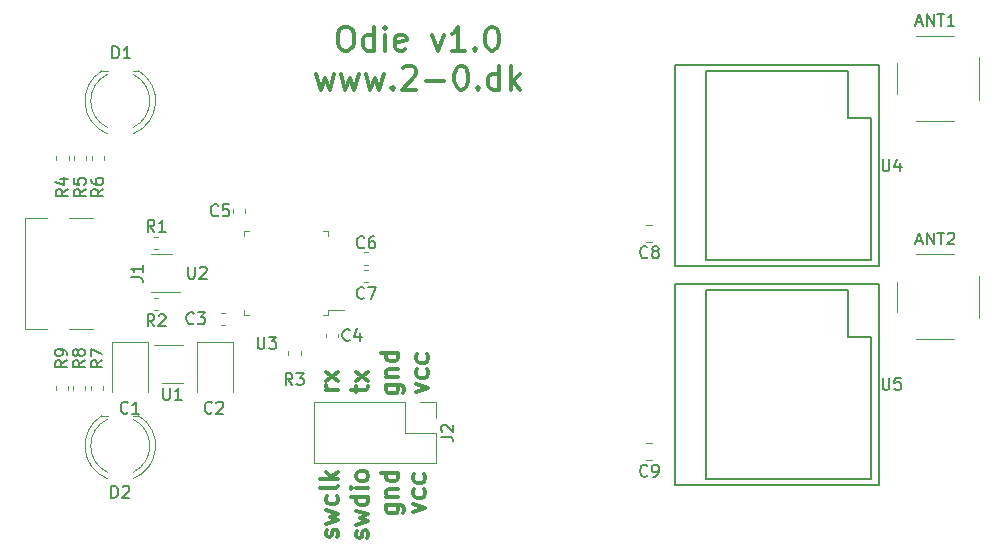
<source format=gbr>
G04 #@! TF.GenerationSoftware,KiCad,Pcbnew,5.1.8-db9833491~87~ubuntu20.04.1*
G04 #@! TF.CreationDate,2020-11-19T11:04:08+01:00*
G04 #@! TF.ProjectId,odie,6f646965-2e6b-4696-9361-645f70636258,v1.0*
G04 #@! TF.SameCoordinates,Original*
G04 #@! TF.FileFunction,Legend,Top*
G04 #@! TF.FilePolarity,Positive*
%FSLAX46Y46*%
G04 Gerber Fmt 4.6, Leading zero omitted, Abs format (unit mm)*
G04 Created by KiCad (PCBNEW 5.1.8-db9833491~87~ubuntu20.04.1) date 2020-11-19 11:04:08*
%MOMM*%
%LPD*%
G01*
G04 APERTURE LIST*
%ADD10C,0.300000*%
%ADD11C,0.120000*%
%ADD12C,0.150000*%
G04 APERTURE END LIST*
D10*
X152078571Y-123562857D02*
X153078571Y-123205714D01*
X152078571Y-122848571D01*
X153007142Y-121634285D02*
X153078571Y-121777142D01*
X153078571Y-122062857D01*
X153007142Y-122205714D01*
X152935714Y-122277142D01*
X152792857Y-122348571D01*
X152364285Y-122348571D01*
X152221428Y-122277142D01*
X152150000Y-122205714D01*
X152078571Y-122062857D01*
X152078571Y-121777142D01*
X152150000Y-121634285D01*
X153007142Y-120348571D02*
X153078571Y-120491428D01*
X153078571Y-120777142D01*
X153007142Y-120920000D01*
X152935714Y-120991428D01*
X152792857Y-121062857D01*
X152364285Y-121062857D01*
X152221428Y-120991428D01*
X152150000Y-120920000D01*
X152078571Y-120777142D01*
X152078571Y-120491428D01*
X152150000Y-120348571D01*
X151824571Y-133722857D02*
X152824571Y-133365714D01*
X151824571Y-133008571D01*
X152753142Y-131794285D02*
X152824571Y-131937142D01*
X152824571Y-132222857D01*
X152753142Y-132365714D01*
X152681714Y-132437142D01*
X152538857Y-132508571D01*
X152110285Y-132508571D01*
X151967428Y-132437142D01*
X151896000Y-132365714D01*
X151824571Y-132222857D01*
X151824571Y-131937142D01*
X151896000Y-131794285D01*
X152753142Y-130508571D02*
X152824571Y-130651428D01*
X152824571Y-130937142D01*
X152753142Y-131080000D01*
X152681714Y-131151428D01*
X152538857Y-131222857D01*
X152110285Y-131222857D01*
X151967428Y-131151428D01*
X151896000Y-131080000D01*
X151824571Y-130937142D01*
X151824571Y-130651428D01*
X151896000Y-130508571D01*
X145367142Y-135846000D02*
X145438571Y-135703142D01*
X145438571Y-135417428D01*
X145367142Y-135274571D01*
X145224285Y-135203142D01*
X145152857Y-135203142D01*
X145010000Y-135274571D01*
X144938571Y-135417428D01*
X144938571Y-135631714D01*
X144867142Y-135774571D01*
X144724285Y-135846000D01*
X144652857Y-135846000D01*
X144510000Y-135774571D01*
X144438571Y-135631714D01*
X144438571Y-135417428D01*
X144510000Y-135274571D01*
X144438571Y-134703142D02*
X145438571Y-134417428D01*
X144724285Y-134131714D01*
X145438571Y-133846000D01*
X144438571Y-133560285D01*
X145367142Y-132346000D02*
X145438571Y-132488857D01*
X145438571Y-132774571D01*
X145367142Y-132917428D01*
X145295714Y-132988857D01*
X145152857Y-133060285D01*
X144724285Y-133060285D01*
X144581428Y-132988857D01*
X144510000Y-132917428D01*
X144438571Y-132774571D01*
X144438571Y-132488857D01*
X144510000Y-132346000D01*
X145438571Y-131488857D02*
X145367142Y-131631714D01*
X145224285Y-131703142D01*
X143938571Y-131703142D01*
X145438571Y-130917428D02*
X143938571Y-130917428D01*
X144867142Y-130774571D02*
X145438571Y-130346000D01*
X144438571Y-130346000D02*
X145010000Y-130917428D01*
X147927142Y-135917428D02*
X147998571Y-135774571D01*
X147998571Y-135488857D01*
X147927142Y-135346000D01*
X147784285Y-135274571D01*
X147712857Y-135274571D01*
X147570000Y-135346000D01*
X147498571Y-135488857D01*
X147498571Y-135703142D01*
X147427142Y-135846000D01*
X147284285Y-135917428D01*
X147212857Y-135917428D01*
X147070000Y-135846000D01*
X146998571Y-135703142D01*
X146998571Y-135488857D01*
X147070000Y-135346000D01*
X146998571Y-134774571D02*
X147998571Y-134488857D01*
X147284285Y-134203142D01*
X147998571Y-133917428D01*
X146998571Y-133631714D01*
X147998571Y-132417428D02*
X146498571Y-132417428D01*
X147927142Y-132417428D02*
X147998571Y-132560285D01*
X147998571Y-132846000D01*
X147927142Y-132988857D01*
X147855714Y-133060285D01*
X147712857Y-133131714D01*
X147284285Y-133131714D01*
X147141428Y-133060285D01*
X147070000Y-132988857D01*
X146998571Y-132846000D01*
X146998571Y-132560285D01*
X147070000Y-132417428D01*
X147998571Y-131703142D02*
X146998571Y-131703142D01*
X146498571Y-131703142D02*
X146570000Y-131774571D01*
X146641428Y-131703142D01*
X146570000Y-131631714D01*
X146498571Y-131703142D01*
X146641428Y-131703142D01*
X147998571Y-130774571D02*
X147927142Y-130917428D01*
X147855714Y-130988857D01*
X147712857Y-131060285D01*
X147284285Y-131060285D01*
X147141428Y-130988857D01*
X147070000Y-130917428D01*
X146998571Y-130774571D01*
X146998571Y-130560285D01*
X147070000Y-130417428D01*
X147141428Y-130346000D01*
X147284285Y-130274571D01*
X147712857Y-130274571D01*
X147855714Y-130346000D01*
X147927142Y-130417428D01*
X147998571Y-130560285D01*
X147998571Y-130774571D01*
X149538571Y-122955714D02*
X150752857Y-122955714D01*
X150895714Y-123027142D01*
X150967142Y-123098571D01*
X151038571Y-123241428D01*
X151038571Y-123455714D01*
X150967142Y-123598571D01*
X150467142Y-122955714D02*
X150538571Y-123098571D01*
X150538571Y-123384285D01*
X150467142Y-123527142D01*
X150395714Y-123598571D01*
X150252857Y-123670000D01*
X149824285Y-123670000D01*
X149681428Y-123598571D01*
X149610000Y-123527142D01*
X149538571Y-123384285D01*
X149538571Y-123098571D01*
X149610000Y-122955714D01*
X149538571Y-122241428D02*
X150538571Y-122241428D01*
X149681428Y-122241428D02*
X149610000Y-122170000D01*
X149538571Y-122027142D01*
X149538571Y-121812857D01*
X149610000Y-121670000D01*
X149752857Y-121598571D01*
X150538571Y-121598571D01*
X150538571Y-120241428D02*
X149038571Y-120241428D01*
X150467142Y-120241428D02*
X150538571Y-120384285D01*
X150538571Y-120670000D01*
X150467142Y-120812857D01*
X150395714Y-120884285D01*
X150252857Y-120955714D01*
X149824285Y-120955714D01*
X149681428Y-120884285D01*
X149610000Y-120812857D01*
X149538571Y-120670000D01*
X149538571Y-120384285D01*
X149610000Y-120241428D01*
X149538571Y-133115714D02*
X150752857Y-133115714D01*
X150895714Y-133187142D01*
X150967142Y-133258571D01*
X151038571Y-133401428D01*
X151038571Y-133615714D01*
X150967142Y-133758571D01*
X150467142Y-133115714D02*
X150538571Y-133258571D01*
X150538571Y-133544285D01*
X150467142Y-133687142D01*
X150395714Y-133758571D01*
X150252857Y-133830000D01*
X149824285Y-133830000D01*
X149681428Y-133758571D01*
X149610000Y-133687142D01*
X149538571Y-133544285D01*
X149538571Y-133258571D01*
X149610000Y-133115714D01*
X149538571Y-132401428D02*
X150538571Y-132401428D01*
X149681428Y-132401428D02*
X149610000Y-132330000D01*
X149538571Y-132187142D01*
X149538571Y-131972857D01*
X149610000Y-131830000D01*
X149752857Y-131758571D01*
X150538571Y-131758571D01*
X150538571Y-130401428D02*
X149038571Y-130401428D01*
X150467142Y-130401428D02*
X150538571Y-130544285D01*
X150538571Y-130830000D01*
X150467142Y-130972857D01*
X150395714Y-131044285D01*
X150252857Y-131115714D01*
X149824285Y-131115714D01*
X149681428Y-131044285D01*
X149610000Y-130972857D01*
X149538571Y-130830000D01*
X149538571Y-130544285D01*
X149610000Y-130401428D01*
X145458571Y-123396285D02*
X144458571Y-123396285D01*
X144744285Y-123396285D02*
X144601428Y-123324857D01*
X144530000Y-123253428D01*
X144458571Y-123110571D01*
X144458571Y-122967714D01*
X145458571Y-122610571D02*
X144458571Y-121824857D01*
X144458571Y-122610571D02*
X145458571Y-121824857D01*
X146998571Y-123574857D02*
X146998571Y-123003428D01*
X146498571Y-123360571D02*
X147784285Y-123360571D01*
X147927142Y-123289142D01*
X147998571Y-123146285D01*
X147998571Y-123003428D01*
X147998571Y-122646285D02*
X146998571Y-121860571D01*
X146998571Y-122646285D02*
X147998571Y-121860571D01*
X145906666Y-92644761D02*
X146287619Y-92644761D01*
X146478095Y-92740000D01*
X146668571Y-92930476D01*
X146763809Y-93311428D01*
X146763809Y-93978095D01*
X146668571Y-94359047D01*
X146478095Y-94549523D01*
X146287619Y-94644761D01*
X145906666Y-94644761D01*
X145716190Y-94549523D01*
X145525714Y-94359047D01*
X145430476Y-93978095D01*
X145430476Y-93311428D01*
X145525714Y-92930476D01*
X145716190Y-92740000D01*
X145906666Y-92644761D01*
X148478095Y-94644761D02*
X148478095Y-92644761D01*
X148478095Y-94549523D02*
X148287619Y-94644761D01*
X147906666Y-94644761D01*
X147716190Y-94549523D01*
X147620952Y-94454285D01*
X147525714Y-94263809D01*
X147525714Y-93692380D01*
X147620952Y-93501904D01*
X147716190Y-93406666D01*
X147906666Y-93311428D01*
X148287619Y-93311428D01*
X148478095Y-93406666D01*
X149430476Y-94644761D02*
X149430476Y-93311428D01*
X149430476Y-92644761D02*
X149335238Y-92740000D01*
X149430476Y-92835238D01*
X149525714Y-92740000D01*
X149430476Y-92644761D01*
X149430476Y-92835238D01*
X151144761Y-94549523D02*
X150954285Y-94644761D01*
X150573333Y-94644761D01*
X150382857Y-94549523D01*
X150287619Y-94359047D01*
X150287619Y-93597142D01*
X150382857Y-93406666D01*
X150573333Y-93311428D01*
X150954285Y-93311428D01*
X151144761Y-93406666D01*
X151240000Y-93597142D01*
X151240000Y-93787619D01*
X150287619Y-93978095D01*
X153430476Y-93311428D02*
X153906666Y-94644761D01*
X154382857Y-93311428D01*
X156192380Y-94644761D02*
X155049523Y-94644761D01*
X155620952Y-94644761D02*
X155620952Y-92644761D01*
X155430476Y-92930476D01*
X155240000Y-93120952D01*
X155049523Y-93216190D01*
X157049523Y-94454285D02*
X157144761Y-94549523D01*
X157049523Y-94644761D01*
X156954285Y-94549523D01*
X157049523Y-94454285D01*
X157049523Y-94644761D01*
X158382857Y-92644761D02*
X158573333Y-92644761D01*
X158763809Y-92740000D01*
X158859047Y-92835238D01*
X158954285Y-93025714D01*
X159049523Y-93406666D01*
X159049523Y-93882857D01*
X158954285Y-94263809D01*
X158859047Y-94454285D01*
X158763809Y-94549523D01*
X158573333Y-94644761D01*
X158382857Y-94644761D01*
X158192380Y-94549523D01*
X158097142Y-94454285D01*
X158001904Y-94263809D01*
X157906666Y-93882857D01*
X157906666Y-93406666D01*
X158001904Y-93025714D01*
X158097142Y-92835238D01*
X158192380Y-92740000D01*
X158382857Y-92644761D01*
X143573333Y-96611428D02*
X143954285Y-97944761D01*
X144335238Y-96992380D01*
X144716190Y-97944761D01*
X145097142Y-96611428D01*
X145668571Y-96611428D02*
X146049523Y-97944761D01*
X146430476Y-96992380D01*
X146811428Y-97944761D01*
X147192380Y-96611428D01*
X147763809Y-96611428D02*
X148144761Y-97944761D01*
X148525714Y-96992380D01*
X148906666Y-97944761D01*
X149287619Y-96611428D01*
X150049523Y-97754285D02*
X150144761Y-97849523D01*
X150049523Y-97944761D01*
X149954285Y-97849523D01*
X150049523Y-97754285D01*
X150049523Y-97944761D01*
X150906666Y-96135238D02*
X151001904Y-96040000D01*
X151192380Y-95944761D01*
X151668571Y-95944761D01*
X151859047Y-96040000D01*
X151954285Y-96135238D01*
X152049523Y-96325714D01*
X152049523Y-96516190D01*
X151954285Y-96801904D01*
X150811428Y-97944761D01*
X152049523Y-97944761D01*
X152906666Y-97182857D02*
X154430476Y-97182857D01*
X155763809Y-95944761D02*
X155954285Y-95944761D01*
X156144761Y-96040000D01*
X156240000Y-96135238D01*
X156335238Y-96325714D01*
X156430476Y-96706666D01*
X156430476Y-97182857D01*
X156335238Y-97563809D01*
X156240000Y-97754285D01*
X156144761Y-97849523D01*
X155954285Y-97944761D01*
X155763809Y-97944761D01*
X155573333Y-97849523D01*
X155478095Y-97754285D01*
X155382857Y-97563809D01*
X155287619Y-97182857D01*
X155287619Y-96706666D01*
X155382857Y-96325714D01*
X155478095Y-96135238D01*
X155573333Y-96040000D01*
X155763809Y-95944761D01*
X157287619Y-97754285D02*
X157382857Y-97849523D01*
X157287619Y-97944761D01*
X157192380Y-97849523D01*
X157287619Y-97754285D01*
X157287619Y-97944761D01*
X159097142Y-97944761D02*
X159097142Y-95944761D01*
X159097142Y-97849523D02*
X158906666Y-97944761D01*
X158525714Y-97944761D01*
X158335238Y-97849523D01*
X158240000Y-97754285D01*
X158144761Y-97563809D01*
X158144761Y-96992380D01*
X158240000Y-96801904D01*
X158335238Y-96706666D01*
X158525714Y-96611428D01*
X158906666Y-96611428D01*
X159097142Y-96706666D01*
X160049523Y-97944761D02*
X160049523Y-95944761D01*
X160240000Y-97182857D02*
X160811428Y-97944761D01*
X160811428Y-96611428D02*
X160049523Y-97373333D01*
D11*
X144560000Y-109940000D02*
X144140000Y-109940000D01*
X144560000Y-117060000D02*
X144560000Y-116640000D01*
X144560000Y-116640000D02*
X145940000Y-116640000D01*
X137440000Y-117060000D02*
X137860000Y-117060000D01*
X137440000Y-109940000D02*
X137860000Y-109940000D01*
X144560000Y-117060000D02*
X144140000Y-117060000D01*
X144560000Y-109940000D02*
X144560000Y-110360000D01*
X137440000Y-109940000D02*
X137440000Y-110360000D01*
X137440000Y-117060000D02*
X137440000Y-116640000D01*
X130212779Y-110390000D02*
X129887221Y-110390000D01*
X130212779Y-111410000D02*
X129887221Y-111410000D01*
X129310000Y-123540000D02*
X129310000Y-119330000D01*
X129310000Y-119330000D02*
X126290000Y-119330000D01*
X126290000Y-119330000D02*
X126290000Y-123540000D01*
X133490000Y-119327500D02*
X133490000Y-123537500D01*
X136510000Y-119327500D02*
X133490000Y-119327500D01*
X136510000Y-123537500D02*
X136510000Y-119327500D01*
X135882779Y-117920000D02*
X135557221Y-117920000D01*
X135882779Y-116900000D02*
X135557221Y-116900000D01*
X144400000Y-118607221D02*
X144400000Y-118932779D01*
X145420000Y-118607221D02*
X145420000Y-118932779D01*
X136570000Y-108382779D02*
X136570000Y-108057221D01*
X137590000Y-108382779D02*
X137590000Y-108057221D01*
X147637221Y-112760000D02*
X147962779Y-112760000D01*
X147637221Y-111740000D02*
X147962779Y-111740000D01*
X147637221Y-114260000D02*
X147962779Y-114260000D01*
X147637221Y-113240000D02*
X147962779Y-113240000D01*
X130212779Y-116610000D02*
X129887221Y-116610000D01*
X130212779Y-115590000D02*
X129887221Y-115590000D01*
X141240000Y-120107221D02*
X141240000Y-120432779D01*
X142260000Y-120107221D02*
X142260000Y-120432779D01*
X122620000Y-103882779D02*
X122620000Y-103557221D01*
X121600000Y-103882779D02*
X121600000Y-103557221D01*
X123100000Y-103882779D02*
X123100000Y-103557221D01*
X124120000Y-103882779D02*
X124120000Y-103557221D01*
X125620000Y-103882779D02*
X125620000Y-103557221D01*
X124600000Y-103882779D02*
X124600000Y-103557221D01*
X125550000Y-123047221D02*
X125550000Y-123372779D01*
X124530000Y-123047221D02*
X124530000Y-123372779D01*
X132300000Y-119590000D02*
X129850000Y-119590000D01*
X130500000Y-122810000D02*
X132300000Y-122810000D01*
X129600000Y-115110000D02*
X132050000Y-115110000D01*
X131400000Y-111890000D02*
X129600000Y-111890000D01*
X128545000Y-96345000D02*
X128080000Y-96345000D01*
X125920000Y-96345000D02*
X125455000Y-96345000D01*
X125919571Y-101159479D02*
G75*
G02*
X125920000Y-96650316I1080429J2254479D01*
G01*
X128080429Y-101159479D02*
G75*
G03*
X128080000Y-96650316I-1080429J2254479D01*
G01*
X125919173Y-101692815D02*
G75*
G02*
X125455170Y-96345000I1080827J2787815D01*
G01*
X128080827Y-101692815D02*
G75*
G03*
X128544830Y-96345000I-1080827J2787815D01*
G01*
X125920000Y-125545000D02*
X125455000Y-125545000D01*
X128545000Y-125545000D02*
X128080000Y-125545000D01*
X128080827Y-130892815D02*
G75*
G03*
X128544830Y-125545000I-1080827J2787815D01*
G01*
X125919173Y-130892815D02*
G75*
G02*
X125455170Y-125545000I1080827J2787815D01*
G01*
X128080429Y-130359479D02*
G75*
G03*
X128080000Y-125850316I-1080429J2254479D01*
G01*
X125919571Y-130359479D02*
G75*
G02*
X125920000Y-125850316I1080429J2254479D01*
G01*
X123020000Y-123047221D02*
X123020000Y-123372779D01*
X124040000Y-123047221D02*
X124040000Y-123372779D01*
X122550000Y-123047221D02*
X122550000Y-123372779D01*
X121530000Y-123047221D02*
X121530000Y-123372779D01*
X172058578Y-109400000D02*
X171541422Y-109400000D01*
X172058578Y-110820000D02*
X171541422Y-110820000D01*
X172048578Y-129320000D02*
X171531422Y-129320000D01*
X172048578Y-127900000D02*
X171531422Y-127900000D01*
X153720000Y-124400000D02*
X153720000Y-125730000D01*
X152390000Y-124400000D02*
X153720000Y-124400000D01*
X153720000Y-127000000D02*
X153720000Y-129600000D01*
X151120000Y-127000000D02*
X153720000Y-127000000D01*
X151120000Y-124400000D02*
X151120000Y-127000000D01*
X153720000Y-129600000D02*
X143440000Y-129600000D01*
X151120000Y-124400000D02*
X143440000Y-124400000D01*
X143440000Y-124400000D02*
X143440000Y-129600000D01*
X197600000Y-93400000D02*
X194400000Y-93400000D01*
X197600000Y-100600000D02*
X194400000Y-100600000D01*
X192800000Y-95700000D02*
X192800000Y-98300000D01*
X199680000Y-95200000D02*
X199680000Y-98800000D01*
X199680000Y-113700000D02*
X199680000Y-117300000D01*
X192800000Y-114200000D02*
X192800000Y-116800000D01*
X197600000Y-119100000D02*
X194400000Y-119100000D01*
X197600000Y-111900000D02*
X194400000Y-111900000D01*
X120800000Y-108800000D02*
X118900000Y-108800000D01*
X124700000Y-108800000D02*
X122700000Y-108800000D01*
X120800000Y-118200000D02*
X118900000Y-118200000D01*
X124700000Y-118200000D02*
X122700000Y-118200000D01*
X118900000Y-108800000D02*
X118900000Y-118200000D01*
D12*
X188600000Y-96390000D02*
X176600000Y-96390000D01*
X188600000Y-100390000D02*
X188600000Y-96390000D01*
X190600000Y-100390000D02*
X188600000Y-100390000D01*
X190600000Y-112390000D02*
X190600000Y-100390000D01*
X176600000Y-112390000D02*
X190600000Y-112390000D01*
X176600000Y-96390000D02*
X176600000Y-112390000D01*
X173950000Y-112890000D02*
X173950000Y-95890000D01*
X191250000Y-112890000D02*
X173950000Y-112890000D01*
X191250000Y-95890000D02*
X191250000Y-112890000D01*
X173950000Y-95890000D02*
X191250000Y-95890000D01*
X173950000Y-114390000D02*
X191250000Y-114390000D01*
X191250000Y-114390000D02*
X191250000Y-131390000D01*
X191250000Y-131390000D02*
X173950000Y-131390000D01*
X173950000Y-131390000D02*
X173950000Y-114390000D01*
X176600000Y-114890000D02*
X176600000Y-130890000D01*
X176600000Y-130890000D02*
X190600000Y-130890000D01*
X190600000Y-130890000D02*
X190600000Y-118890000D01*
X190600000Y-118890000D02*
X188600000Y-118890000D01*
X188600000Y-118890000D02*
X188600000Y-114890000D01*
X188600000Y-114890000D02*
X176600000Y-114890000D01*
X138628095Y-118892380D02*
X138628095Y-119701904D01*
X138675714Y-119797142D01*
X138723333Y-119844761D01*
X138818571Y-119892380D01*
X139009047Y-119892380D01*
X139104285Y-119844761D01*
X139151904Y-119797142D01*
X139199523Y-119701904D01*
X139199523Y-118892380D01*
X139580476Y-118892380D02*
X140199523Y-118892380D01*
X139866190Y-119273333D01*
X140009047Y-119273333D01*
X140104285Y-119320952D01*
X140151904Y-119368571D01*
X140199523Y-119463809D01*
X140199523Y-119701904D01*
X140151904Y-119797142D01*
X140104285Y-119844761D01*
X140009047Y-119892380D01*
X139723333Y-119892380D01*
X139628095Y-119844761D01*
X139580476Y-119797142D01*
X129883333Y-109982380D02*
X129550000Y-109506190D01*
X129311904Y-109982380D02*
X129311904Y-108982380D01*
X129692857Y-108982380D01*
X129788095Y-109030000D01*
X129835714Y-109077619D01*
X129883333Y-109172857D01*
X129883333Y-109315714D01*
X129835714Y-109410952D01*
X129788095Y-109458571D01*
X129692857Y-109506190D01*
X129311904Y-109506190D01*
X130835714Y-109982380D02*
X130264285Y-109982380D01*
X130550000Y-109982380D02*
X130550000Y-108982380D01*
X130454761Y-109125238D01*
X130359523Y-109220476D01*
X130264285Y-109268095D01*
X127643333Y-125277142D02*
X127595714Y-125324761D01*
X127452857Y-125372380D01*
X127357619Y-125372380D01*
X127214761Y-125324761D01*
X127119523Y-125229523D01*
X127071904Y-125134285D01*
X127024285Y-124943809D01*
X127024285Y-124800952D01*
X127071904Y-124610476D01*
X127119523Y-124515238D01*
X127214761Y-124420000D01*
X127357619Y-124372380D01*
X127452857Y-124372380D01*
X127595714Y-124420000D01*
X127643333Y-124467619D01*
X128595714Y-125372380D02*
X128024285Y-125372380D01*
X128310000Y-125372380D02*
X128310000Y-124372380D01*
X128214761Y-124515238D01*
X128119523Y-124610476D01*
X128024285Y-124658095D01*
X134753333Y-125277142D02*
X134705714Y-125324761D01*
X134562857Y-125372380D01*
X134467619Y-125372380D01*
X134324761Y-125324761D01*
X134229523Y-125229523D01*
X134181904Y-125134285D01*
X134134285Y-124943809D01*
X134134285Y-124800952D01*
X134181904Y-124610476D01*
X134229523Y-124515238D01*
X134324761Y-124420000D01*
X134467619Y-124372380D01*
X134562857Y-124372380D01*
X134705714Y-124420000D01*
X134753333Y-124467619D01*
X135134285Y-124467619D02*
X135181904Y-124420000D01*
X135277142Y-124372380D01*
X135515238Y-124372380D01*
X135610476Y-124420000D01*
X135658095Y-124467619D01*
X135705714Y-124562857D01*
X135705714Y-124658095D01*
X135658095Y-124800952D01*
X135086666Y-125372380D01*
X135705714Y-125372380D01*
X133223333Y-117717142D02*
X133175714Y-117764761D01*
X133032857Y-117812380D01*
X132937619Y-117812380D01*
X132794761Y-117764761D01*
X132699523Y-117669523D01*
X132651904Y-117574285D01*
X132604285Y-117383809D01*
X132604285Y-117240952D01*
X132651904Y-117050476D01*
X132699523Y-116955238D01*
X132794761Y-116860000D01*
X132937619Y-116812380D01*
X133032857Y-116812380D01*
X133175714Y-116860000D01*
X133223333Y-116907619D01*
X133556666Y-116812380D02*
X134175714Y-116812380D01*
X133842380Y-117193333D01*
X133985238Y-117193333D01*
X134080476Y-117240952D01*
X134128095Y-117288571D01*
X134175714Y-117383809D01*
X134175714Y-117621904D01*
X134128095Y-117717142D01*
X134080476Y-117764761D01*
X133985238Y-117812380D01*
X133699523Y-117812380D01*
X133604285Y-117764761D01*
X133556666Y-117717142D01*
X146433333Y-119127142D02*
X146385714Y-119174761D01*
X146242857Y-119222380D01*
X146147619Y-119222380D01*
X146004761Y-119174761D01*
X145909523Y-119079523D01*
X145861904Y-118984285D01*
X145814285Y-118793809D01*
X145814285Y-118650952D01*
X145861904Y-118460476D01*
X145909523Y-118365238D01*
X146004761Y-118270000D01*
X146147619Y-118222380D01*
X146242857Y-118222380D01*
X146385714Y-118270000D01*
X146433333Y-118317619D01*
X147290476Y-118555714D02*
X147290476Y-119222380D01*
X147052380Y-118174761D02*
X146814285Y-118889047D01*
X147433333Y-118889047D01*
X135283333Y-108577142D02*
X135235714Y-108624761D01*
X135092857Y-108672380D01*
X134997619Y-108672380D01*
X134854761Y-108624761D01*
X134759523Y-108529523D01*
X134711904Y-108434285D01*
X134664285Y-108243809D01*
X134664285Y-108100952D01*
X134711904Y-107910476D01*
X134759523Y-107815238D01*
X134854761Y-107720000D01*
X134997619Y-107672380D01*
X135092857Y-107672380D01*
X135235714Y-107720000D01*
X135283333Y-107767619D01*
X136188095Y-107672380D02*
X135711904Y-107672380D01*
X135664285Y-108148571D01*
X135711904Y-108100952D01*
X135807142Y-108053333D01*
X136045238Y-108053333D01*
X136140476Y-108100952D01*
X136188095Y-108148571D01*
X136235714Y-108243809D01*
X136235714Y-108481904D01*
X136188095Y-108577142D01*
X136140476Y-108624761D01*
X136045238Y-108672380D01*
X135807142Y-108672380D01*
X135711904Y-108624761D01*
X135664285Y-108577142D01*
X147643333Y-111287142D02*
X147595714Y-111334761D01*
X147452857Y-111382380D01*
X147357619Y-111382380D01*
X147214761Y-111334761D01*
X147119523Y-111239523D01*
X147071904Y-111144285D01*
X147024285Y-110953809D01*
X147024285Y-110810952D01*
X147071904Y-110620476D01*
X147119523Y-110525238D01*
X147214761Y-110430000D01*
X147357619Y-110382380D01*
X147452857Y-110382380D01*
X147595714Y-110430000D01*
X147643333Y-110477619D01*
X148500476Y-110382380D02*
X148310000Y-110382380D01*
X148214761Y-110430000D01*
X148167142Y-110477619D01*
X148071904Y-110620476D01*
X148024285Y-110810952D01*
X148024285Y-111191904D01*
X148071904Y-111287142D01*
X148119523Y-111334761D01*
X148214761Y-111382380D01*
X148405238Y-111382380D01*
X148500476Y-111334761D01*
X148548095Y-111287142D01*
X148595714Y-111191904D01*
X148595714Y-110953809D01*
X148548095Y-110858571D01*
X148500476Y-110810952D01*
X148405238Y-110763333D01*
X148214761Y-110763333D01*
X148119523Y-110810952D01*
X148071904Y-110858571D01*
X148024285Y-110953809D01*
X147643333Y-115567142D02*
X147595714Y-115614761D01*
X147452857Y-115662380D01*
X147357619Y-115662380D01*
X147214761Y-115614761D01*
X147119523Y-115519523D01*
X147071904Y-115424285D01*
X147024285Y-115233809D01*
X147024285Y-115090952D01*
X147071904Y-114900476D01*
X147119523Y-114805238D01*
X147214761Y-114710000D01*
X147357619Y-114662380D01*
X147452857Y-114662380D01*
X147595714Y-114710000D01*
X147643333Y-114757619D01*
X147976666Y-114662380D02*
X148643333Y-114662380D01*
X148214761Y-115662380D01*
X129883333Y-117982380D02*
X129550000Y-117506190D01*
X129311904Y-117982380D02*
X129311904Y-116982380D01*
X129692857Y-116982380D01*
X129788095Y-117030000D01*
X129835714Y-117077619D01*
X129883333Y-117172857D01*
X129883333Y-117315714D01*
X129835714Y-117410952D01*
X129788095Y-117458571D01*
X129692857Y-117506190D01*
X129311904Y-117506190D01*
X130264285Y-117077619D02*
X130311904Y-117030000D01*
X130407142Y-116982380D01*
X130645238Y-116982380D01*
X130740476Y-117030000D01*
X130788095Y-117077619D01*
X130835714Y-117172857D01*
X130835714Y-117268095D01*
X130788095Y-117410952D01*
X130216666Y-117982380D01*
X130835714Y-117982380D01*
X141573333Y-122952380D02*
X141240000Y-122476190D01*
X141001904Y-122952380D02*
X141001904Y-121952380D01*
X141382857Y-121952380D01*
X141478095Y-122000000D01*
X141525714Y-122047619D01*
X141573333Y-122142857D01*
X141573333Y-122285714D01*
X141525714Y-122380952D01*
X141478095Y-122428571D01*
X141382857Y-122476190D01*
X141001904Y-122476190D01*
X141906666Y-121952380D02*
X142525714Y-121952380D01*
X142192380Y-122333333D01*
X142335238Y-122333333D01*
X142430476Y-122380952D01*
X142478095Y-122428571D01*
X142525714Y-122523809D01*
X142525714Y-122761904D01*
X142478095Y-122857142D01*
X142430476Y-122904761D01*
X142335238Y-122952380D01*
X142049523Y-122952380D01*
X141954285Y-122904761D01*
X141906666Y-122857142D01*
X122552380Y-106366666D02*
X122076190Y-106700000D01*
X122552380Y-106938095D02*
X121552380Y-106938095D01*
X121552380Y-106557142D01*
X121600000Y-106461904D01*
X121647619Y-106414285D01*
X121742857Y-106366666D01*
X121885714Y-106366666D01*
X121980952Y-106414285D01*
X122028571Y-106461904D01*
X122076190Y-106557142D01*
X122076190Y-106938095D01*
X121885714Y-105509523D02*
X122552380Y-105509523D01*
X121504761Y-105747619D02*
X122219047Y-105985714D01*
X122219047Y-105366666D01*
X124062380Y-106366666D02*
X123586190Y-106700000D01*
X124062380Y-106938095D02*
X123062380Y-106938095D01*
X123062380Y-106557142D01*
X123110000Y-106461904D01*
X123157619Y-106414285D01*
X123252857Y-106366666D01*
X123395714Y-106366666D01*
X123490952Y-106414285D01*
X123538571Y-106461904D01*
X123586190Y-106557142D01*
X123586190Y-106938095D01*
X123062380Y-105461904D02*
X123062380Y-105938095D01*
X123538571Y-105985714D01*
X123490952Y-105938095D01*
X123443333Y-105842857D01*
X123443333Y-105604761D01*
X123490952Y-105509523D01*
X123538571Y-105461904D01*
X123633809Y-105414285D01*
X123871904Y-105414285D01*
X123967142Y-105461904D01*
X124014761Y-105509523D01*
X124062380Y-105604761D01*
X124062380Y-105842857D01*
X124014761Y-105938095D01*
X123967142Y-105985714D01*
X125552380Y-106366666D02*
X125076190Y-106700000D01*
X125552380Y-106938095D02*
X124552380Y-106938095D01*
X124552380Y-106557142D01*
X124600000Y-106461904D01*
X124647619Y-106414285D01*
X124742857Y-106366666D01*
X124885714Y-106366666D01*
X124980952Y-106414285D01*
X125028571Y-106461904D01*
X125076190Y-106557142D01*
X125076190Y-106938095D01*
X124552380Y-105509523D02*
X124552380Y-105700000D01*
X124600000Y-105795238D01*
X124647619Y-105842857D01*
X124790476Y-105938095D01*
X124980952Y-105985714D01*
X125361904Y-105985714D01*
X125457142Y-105938095D01*
X125504761Y-105890476D01*
X125552380Y-105795238D01*
X125552380Y-105604761D01*
X125504761Y-105509523D01*
X125457142Y-105461904D01*
X125361904Y-105414285D01*
X125123809Y-105414285D01*
X125028571Y-105461904D01*
X124980952Y-105509523D01*
X124933333Y-105604761D01*
X124933333Y-105795238D01*
X124980952Y-105890476D01*
X125028571Y-105938095D01*
X125123809Y-105985714D01*
X125492380Y-120876666D02*
X125016190Y-121210000D01*
X125492380Y-121448095D02*
X124492380Y-121448095D01*
X124492380Y-121067142D01*
X124540000Y-120971904D01*
X124587619Y-120924285D01*
X124682857Y-120876666D01*
X124825714Y-120876666D01*
X124920952Y-120924285D01*
X124968571Y-120971904D01*
X125016190Y-121067142D01*
X125016190Y-121448095D01*
X124492380Y-120543333D02*
X124492380Y-119876666D01*
X125492380Y-120305238D01*
X130638095Y-123212380D02*
X130638095Y-124021904D01*
X130685714Y-124117142D01*
X130733333Y-124164761D01*
X130828571Y-124212380D01*
X131019047Y-124212380D01*
X131114285Y-124164761D01*
X131161904Y-124117142D01*
X131209523Y-124021904D01*
X131209523Y-123212380D01*
X132209523Y-124212380D02*
X131638095Y-124212380D01*
X131923809Y-124212380D02*
X131923809Y-123212380D01*
X131828571Y-123355238D01*
X131733333Y-123450476D01*
X131638095Y-123498095D01*
X132738095Y-112952380D02*
X132738095Y-113761904D01*
X132785714Y-113857142D01*
X132833333Y-113904761D01*
X132928571Y-113952380D01*
X133119047Y-113952380D01*
X133214285Y-113904761D01*
X133261904Y-113857142D01*
X133309523Y-113761904D01*
X133309523Y-112952380D01*
X133738095Y-113047619D02*
X133785714Y-113000000D01*
X133880952Y-112952380D01*
X134119047Y-112952380D01*
X134214285Y-113000000D01*
X134261904Y-113047619D01*
X134309523Y-113142857D01*
X134309523Y-113238095D01*
X134261904Y-113380952D01*
X133690476Y-113952380D01*
X134309523Y-113952380D01*
X126331904Y-95292380D02*
X126331904Y-94292380D01*
X126570000Y-94292380D01*
X126712857Y-94340000D01*
X126808095Y-94435238D01*
X126855714Y-94530476D01*
X126903333Y-94720952D01*
X126903333Y-94863809D01*
X126855714Y-95054285D01*
X126808095Y-95149523D01*
X126712857Y-95244761D01*
X126570000Y-95292380D01*
X126331904Y-95292380D01*
X127855714Y-95292380D02*
X127284285Y-95292380D01*
X127570000Y-95292380D02*
X127570000Y-94292380D01*
X127474761Y-94435238D01*
X127379523Y-94530476D01*
X127284285Y-94578095D01*
X126251904Y-132502380D02*
X126251904Y-131502380D01*
X126490000Y-131502380D01*
X126632857Y-131550000D01*
X126728095Y-131645238D01*
X126775714Y-131740476D01*
X126823333Y-131930952D01*
X126823333Y-132073809D01*
X126775714Y-132264285D01*
X126728095Y-132359523D01*
X126632857Y-132454761D01*
X126490000Y-132502380D01*
X126251904Y-132502380D01*
X127204285Y-131597619D02*
X127251904Y-131550000D01*
X127347142Y-131502380D01*
X127585238Y-131502380D01*
X127680476Y-131550000D01*
X127728095Y-131597619D01*
X127775714Y-131692857D01*
X127775714Y-131788095D01*
X127728095Y-131930952D01*
X127156666Y-132502380D01*
X127775714Y-132502380D01*
X123982380Y-120866666D02*
X123506190Y-121200000D01*
X123982380Y-121438095D02*
X122982380Y-121438095D01*
X122982380Y-121057142D01*
X123030000Y-120961904D01*
X123077619Y-120914285D01*
X123172857Y-120866666D01*
X123315714Y-120866666D01*
X123410952Y-120914285D01*
X123458571Y-120961904D01*
X123506190Y-121057142D01*
X123506190Y-121438095D01*
X123410952Y-120295238D02*
X123363333Y-120390476D01*
X123315714Y-120438095D01*
X123220476Y-120485714D01*
X123172857Y-120485714D01*
X123077619Y-120438095D01*
X123030000Y-120390476D01*
X122982380Y-120295238D01*
X122982380Y-120104761D01*
X123030000Y-120009523D01*
X123077619Y-119961904D01*
X123172857Y-119914285D01*
X123220476Y-119914285D01*
X123315714Y-119961904D01*
X123363333Y-120009523D01*
X123410952Y-120104761D01*
X123410952Y-120295238D01*
X123458571Y-120390476D01*
X123506190Y-120438095D01*
X123601428Y-120485714D01*
X123791904Y-120485714D01*
X123887142Y-120438095D01*
X123934761Y-120390476D01*
X123982380Y-120295238D01*
X123982380Y-120104761D01*
X123934761Y-120009523D01*
X123887142Y-119961904D01*
X123791904Y-119914285D01*
X123601428Y-119914285D01*
X123506190Y-119961904D01*
X123458571Y-120009523D01*
X123410952Y-120104761D01*
X122492380Y-120876666D02*
X122016190Y-121210000D01*
X122492380Y-121448095D02*
X121492380Y-121448095D01*
X121492380Y-121067142D01*
X121540000Y-120971904D01*
X121587619Y-120924285D01*
X121682857Y-120876666D01*
X121825714Y-120876666D01*
X121920952Y-120924285D01*
X121968571Y-120971904D01*
X122016190Y-121067142D01*
X122016190Y-121448095D01*
X122492380Y-120400476D02*
X122492380Y-120210000D01*
X122444761Y-120114761D01*
X122397142Y-120067142D01*
X122254285Y-119971904D01*
X122063809Y-119924285D01*
X121682857Y-119924285D01*
X121587619Y-119971904D01*
X121540000Y-120019523D01*
X121492380Y-120114761D01*
X121492380Y-120305238D01*
X121540000Y-120400476D01*
X121587619Y-120448095D01*
X121682857Y-120495714D01*
X121920952Y-120495714D01*
X122016190Y-120448095D01*
X122063809Y-120400476D01*
X122111428Y-120305238D01*
X122111428Y-120114761D01*
X122063809Y-120019523D01*
X122016190Y-119971904D01*
X121920952Y-119924285D01*
X171633333Y-112117142D02*
X171585714Y-112164761D01*
X171442857Y-112212380D01*
X171347619Y-112212380D01*
X171204761Y-112164761D01*
X171109523Y-112069523D01*
X171061904Y-111974285D01*
X171014285Y-111783809D01*
X171014285Y-111640952D01*
X171061904Y-111450476D01*
X171109523Y-111355238D01*
X171204761Y-111260000D01*
X171347619Y-111212380D01*
X171442857Y-111212380D01*
X171585714Y-111260000D01*
X171633333Y-111307619D01*
X172204761Y-111640952D02*
X172109523Y-111593333D01*
X172061904Y-111545714D01*
X172014285Y-111450476D01*
X172014285Y-111402857D01*
X172061904Y-111307619D01*
X172109523Y-111260000D01*
X172204761Y-111212380D01*
X172395238Y-111212380D01*
X172490476Y-111260000D01*
X172538095Y-111307619D01*
X172585714Y-111402857D01*
X172585714Y-111450476D01*
X172538095Y-111545714D01*
X172490476Y-111593333D01*
X172395238Y-111640952D01*
X172204761Y-111640952D01*
X172109523Y-111688571D01*
X172061904Y-111736190D01*
X172014285Y-111831428D01*
X172014285Y-112021904D01*
X172061904Y-112117142D01*
X172109523Y-112164761D01*
X172204761Y-112212380D01*
X172395238Y-112212380D01*
X172490476Y-112164761D01*
X172538095Y-112117142D01*
X172585714Y-112021904D01*
X172585714Y-111831428D01*
X172538095Y-111736190D01*
X172490476Y-111688571D01*
X172395238Y-111640952D01*
X171623333Y-130617142D02*
X171575714Y-130664761D01*
X171432857Y-130712380D01*
X171337619Y-130712380D01*
X171194761Y-130664761D01*
X171099523Y-130569523D01*
X171051904Y-130474285D01*
X171004285Y-130283809D01*
X171004285Y-130140952D01*
X171051904Y-129950476D01*
X171099523Y-129855238D01*
X171194761Y-129760000D01*
X171337619Y-129712380D01*
X171432857Y-129712380D01*
X171575714Y-129760000D01*
X171623333Y-129807619D01*
X172099523Y-130712380D02*
X172290000Y-130712380D01*
X172385238Y-130664761D01*
X172432857Y-130617142D01*
X172528095Y-130474285D01*
X172575714Y-130283809D01*
X172575714Y-129902857D01*
X172528095Y-129807619D01*
X172480476Y-129760000D01*
X172385238Y-129712380D01*
X172194761Y-129712380D01*
X172099523Y-129760000D01*
X172051904Y-129807619D01*
X172004285Y-129902857D01*
X172004285Y-130140952D01*
X172051904Y-130236190D01*
X172099523Y-130283809D01*
X172194761Y-130331428D01*
X172385238Y-130331428D01*
X172480476Y-130283809D01*
X172528095Y-130236190D01*
X172575714Y-130140952D01*
X154172380Y-127333333D02*
X154886666Y-127333333D01*
X155029523Y-127380952D01*
X155124761Y-127476190D01*
X155172380Y-127619047D01*
X155172380Y-127714285D01*
X154267619Y-126904761D02*
X154220000Y-126857142D01*
X154172380Y-126761904D01*
X154172380Y-126523809D01*
X154220000Y-126428571D01*
X154267619Y-126380952D01*
X154362857Y-126333333D01*
X154458095Y-126333333D01*
X154600952Y-126380952D01*
X155172380Y-126952380D01*
X155172380Y-126333333D01*
X194380952Y-92266666D02*
X194857142Y-92266666D01*
X194285714Y-92552380D02*
X194619047Y-91552380D01*
X194952380Y-92552380D01*
X195285714Y-92552380D02*
X195285714Y-91552380D01*
X195857142Y-92552380D01*
X195857142Y-91552380D01*
X196190476Y-91552380D02*
X196761904Y-91552380D01*
X196476190Y-92552380D02*
X196476190Y-91552380D01*
X197619047Y-92552380D02*
X197047619Y-92552380D01*
X197333333Y-92552380D02*
X197333333Y-91552380D01*
X197238095Y-91695238D01*
X197142857Y-91790476D01*
X197047619Y-91838095D01*
X194380952Y-110766666D02*
X194857142Y-110766666D01*
X194285714Y-111052380D02*
X194619047Y-110052380D01*
X194952380Y-111052380D01*
X195285714Y-111052380D02*
X195285714Y-110052380D01*
X195857142Y-111052380D01*
X195857142Y-110052380D01*
X196190476Y-110052380D02*
X196761904Y-110052380D01*
X196476190Y-111052380D02*
X196476190Y-110052380D01*
X197047619Y-110147619D02*
X197095238Y-110100000D01*
X197190476Y-110052380D01*
X197428571Y-110052380D01*
X197523809Y-110100000D01*
X197571428Y-110147619D01*
X197619047Y-110242857D01*
X197619047Y-110338095D01*
X197571428Y-110480952D01*
X197000000Y-111052380D01*
X197619047Y-111052380D01*
X127897380Y-113833333D02*
X128611666Y-113833333D01*
X128754523Y-113880952D01*
X128849761Y-113976190D01*
X128897380Y-114119047D01*
X128897380Y-114214285D01*
X128897380Y-112833333D02*
X128897380Y-113404761D01*
X128897380Y-113119047D02*
X127897380Y-113119047D01*
X128040238Y-113214285D01*
X128135476Y-113309523D01*
X128183095Y-113404761D01*
X191538095Y-103852380D02*
X191538095Y-104661904D01*
X191585714Y-104757142D01*
X191633333Y-104804761D01*
X191728571Y-104852380D01*
X191919047Y-104852380D01*
X192014285Y-104804761D01*
X192061904Y-104757142D01*
X192109523Y-104661904D01*
X192109523Y-103852380D01*
X193014285Y-104185714D02*
X193014285Y-104852380D01*
X192776190Y-103804761D02*
X192538095Y-104519047D01*
X193157142Y-104519047D01*
X191538095Y-122352380D02*
X191538095Y-123161904D01*
X191585714Y-123257142D01*
X191633333Y-123304761D01*
X191728571Y-123352380D01*
X191919047Y-123352380D01*
X192014285Y-123304761D01*
X192061904Y-123257142D01*
X192109523Y-123161904D01*
X192109523Y-122352380D01*
X193061904Y-122352380D02*
X192585714Y-122352380D01*
X192538095Y-122828571D01*
X192585714Y-122780952D01*
X192680952Y-122733333D01*
X192919047Y-122733333D01*
X193014285Y-122780952D01*
X193061904Y-122828571D01*
X193109523Y-122923809D01*
X193109523Y-123161904D01*
X193061904Y-123257142D01*
X193014285Y-123304761D01*
X192919047Y-123352380D01*
X192680952Y-123352380D01*
X192585714Y-123304761D01*
X192538095Y-123257142D01*
M02*

</source>
